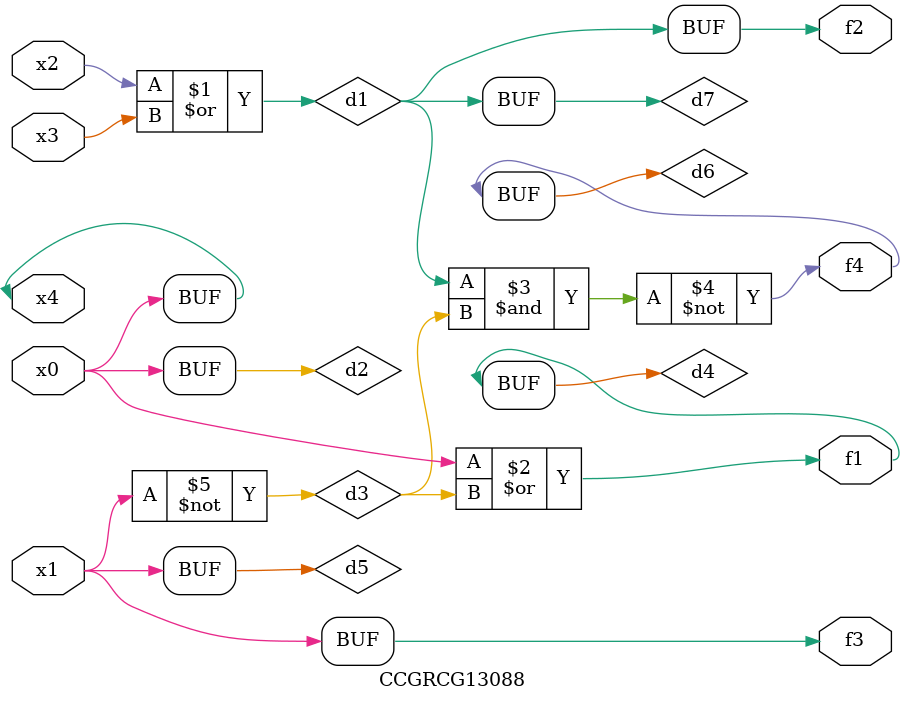
<source format=v>
module CCGRCG13088(
	input x0, x1, x2, x3, x4,
	output f1, f2, f3, f4
);

	wire d1, d2, d3, d4, d5, d6, d7;

	or (d1, x2, x3);
	buf (d2, x0, x4);
	not (d3, x1);
	or (d4, d2, d3);
	not (d5, d3);
	nand (d6, d1, d3);
	or (d7, d1);
	assign f1 = d4;
	assign f2 = d7;
	assign f3 = d5;
	assign f4 = d6;
endmodule

</source>
